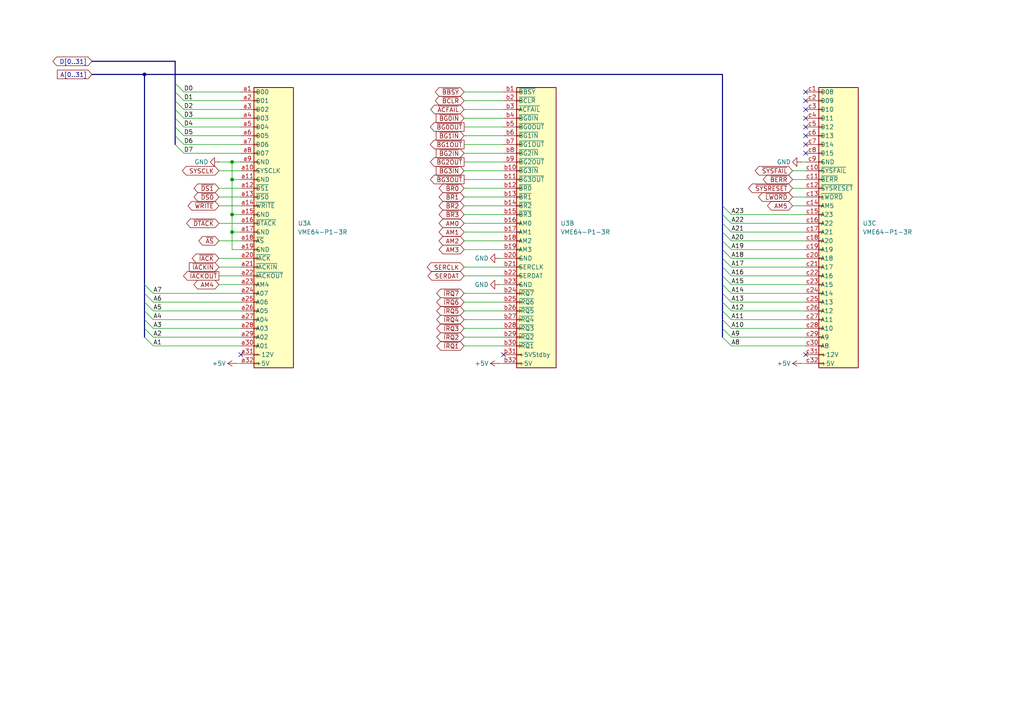
<source format=kicad_sch>
(kicad_sch (version 20231120) (generator "eeschema") (generator_version "8.0")
  (paper "A4")
  (title_block (title "VME SystemBoard") (rev "1"))
  (lib_symbols
    (symbol "Computie_Connectors:VME64-J1-3R"
      (property "Reference" "J" (at 0 40.64 0))
      (property "Value" "VME64-J1-3R" (at 0 40.64 0))
      (symbol "VME64-J1-3R_1_1"
        (rectangle (start -1.27 -40.513) (end 0 -40.767) (stroke (width 0.1524)))
        (rectangle (start -1.27 -37.973) (end 0 -38.227) (stroke (width 0.1524)))
        (rectangle (start -1.27 -35.433) (end 0 -35.687) (stroke (width 0.1524)))
        (rectangle (start -1.27 -32.893) (end 0 -33.147) (stroke (width 0.1524)))
        (rectangle (start -1.27 -30.353) (end 0 -30.607) (stroke (width 0.1524)))
        (rectangle (start -1.27 -27.813) (end 0 -28.067) (stroke (width 0.1524)))
        (rectangle (start -1.27 -25.273) (end 0 -25.527) (stroke (width 0.1524)))
        (rectangle (start -1.27 -22.733) (end 0 -22.987) (stroke (width 0.1524)))
        (rectangle (start -1.27 -20.193) (end 0 -20.447) (stroke (width 0.1524)))
        (rectangle (start -1.27 -17.653) (end 0 -17.907) (stroke (width 0.1524)))
        (rectangle (start -1.27 -15.113) (end 0 -15.367) (stroke (width 0.1524)))
        (rectangle (start -1.27 -12.573) (end 0 -12.827) (stroke (width 0.1524)))
        (rectangle (start -1.27 -10.033) (end 0 -10.287) (stroke (width 0.1524)))
        (rectangle (start -1.27 -7.493) (end 0 -7.747) (stroke (width 0.1524)))
        (rectangle (start -1.27 -4.953) (end 0 -5.207) (stroke (width 0.1524)))
        (rectangle (start -1.27 -2.413) (end 0 -2.667) (stroke (width 0.1524)))
        (rectangle (start -1.27 0.127) (end 0 -0.127) (stroke (width 0.1524)))
        (rectangle (start -1.27 2.667) (end 0 2.413) (stroke (width 0.1524)))
        (rectangle (start -1.27 5.207) (end 0 4.953) (stroke (width 0.1524)))
        (rectangle (start -1.27 7.747) (end 0 7.493) (stroke (width 0.1524)))
        (rectangle (start -1.27 10.287) (end 0 10.033) (stroke (width 0.1524)))
        (rectangle (start -1.27 12.827) (end 0 12.573) (stroke (width 0.1524)))
        (rectangle (start -1.27 15.367) (end 0 15.113) (stroke (width 0.1524)))
        (rectangle (start -1.27 17.907) (end 0 17.653) (stroke (width 0.1524)))
        (rectangle (start -1.27 20.447) (end 0 20.193) (stroke (width 0.1524)))
        (rectangle (start -1.27 22.987) (end 0 22.733) (stroke (width 0.1524)))
        (rectangle (start -1.27 25.527) (end 0 25.273) (stroke (width 0.1524)))
        (rectangle (start -1.27 28.067) (end 0 27.813) (stroke (width 0.1524)))
        (rectangle (start -1.27 30.607) (end 0 30.353) (stroke (width 0.1524)))
        (rectangle (start -1.27 33.147) (end 0 32.893) (stroke (width 0.1524)))
        (rectangle (start -1.27 35.687) (end 0 35.433) (stroke (width 0.1524)))
        (rectangle (start -1.27 38.227) (end 0 37.973) (stroke (width 0.1524)))
        (rectangle (start -1.27 39.37) (end 10.16 -41.91) (stroke (width 0.254)) (fill (type background)))
        (pin bidirectional line (at -5.08 38.1 0) (length 3.81) (name "D00") (number "a1"))
        (pin input line (at -5.08 15.24 0) (length 3.81) (name "SYSCLK") (number "a10"))
        (pin power_in line (at -5.08 12.7 0) (length 3.81) (name "GND") (number "a11"))
        (pin bidirectional line (at -5.08 10.16 0) (length 3.81) (name "~{DS1}") (number "a12"))
        (pin bidirectional line (at -5.08 7.62 0) (length 3.81) (name "~{DS0}") (number "a13"))
        (pin bidirectional line (at -5.08 5.08 0) (length 3.81) (name "~{WRITE}") (number "a14"))
        (pin power_in line (at -5.08 2.54 0) (length 3.81) (name "GND") (number "a15"))
        (pin bidirectional line (at -5.08 0 0) (length 3.81) (name "~{DTACK}") (number "a16"))
        (pin power_in line (at -5.08 -2.54 0) (length 3.81) (name "GND") (number "a17"))
        (pin bidirectional line (at -5.08 -5.08 0) (length 3.81) (name "~{AS}") (number "a18"))
        (pin power_in line (at -5.08 -7.62 0) (length 3.81) (name "GND") (number "a19"))
        (pin bidirectional line (at -5.08 35.56 0) (length 3.81) (name "D01") (number "a2"))
        (pin bidirectional line (at -5.08 -10.16 0) (length 3.81) (name "~{IACK}") (number "a20"))
        (pin output line (at -5.08 -12.7 0) (length 3.81) (name "~{IACKIN}") (number "a21"))
        (pin input line (at -5.08 -15.24 0) (length 3.81) (name "~{IACKOUT}") (number "a22"))
        (pin bidirectional line (at -5.08 -17.78 0) (length 3.81) (name "AM4") (number "a23"))
        (pin bidirectional line (at -5.08 -20.32 0) (length 3.81) (name "A07") (number "a24"))
        (pin bidirectional line (at -5.08 -22.86 0) (length 3.81) (name "A06") (number "a25"))
        (pin bidirectional line (at -5.08 -25.4 0) (length 3.81) (name "A05") (number "a26"))
        (pin bidirectional line (at -5.08 -27.94 0) (length 3.81) (name "A04") (number "a27"))
        (pin bidirectional line (at -5.08 -30.48 0) (length 3.81) (name "A03") (number "a28"))
        (pin bidirectional line (at -5.08 -33.02 0) (length 3.81) (name "A02") (number "a29"))
        (pin bidirectional line (at -5.08 33.02 0) (length 3.81) (name "D02") (number "a3"))
        (pin bidirectional line (at -5.08 -35.56 0) (length 3.81) (name "A01") (number "a30"))
        (pin power_in line (at -5.08 -38.1 0) (length 3.81) (name "-12V") (number "a31"))
        (pin power_in line (at -5.08 -40.64 0) (length 3.81) (name "+5V") (number "a32"))
        (pin bidirectional line (at -5.08 30.48 0) (length 3.81) (name "D03") (number "a4"))
        (pin bidirectional line (at -5.08 27.94 0) (length 3.81) (name "D04") (number "a5"))
        (pin bidirectional line (at -5.08 25.4 0) (length 3.81) (name "D05") (number "a6"))
        (pin bidirectional line (at -5.08 22.86 0) (length 3.81) (name "D06") (number "a7"))
        (pin bidirectional line (at -5.08 20.32 0) (length 3.81) (name "D07") (number "a8"))
        (pin power_in line (at -5.08 17.78 0) (length 3.81) (name "GND") (number "a9"))
      )
      (symbol "VME64-J1-3R_2_1"
        (rectangle (start -1.27 -40.513) (end 0 -40.767) (stroke (width 0.1524)))
        (rectangle (start -1.27 -37.973) (end 0 -38.227) (stroke (width 0.1524)))
        (rectangle (start -1.27 -35.433) (end 0 -35.687) (stroke (width 0.1524)))
        (rectangle (start -1.27 -32.893) (end 0 -33.147) (stroke (width 0.1524)))
        (rectangle (start -1.27 -30.353) (end 0 -30.607) (stroke (width 0.1524)))
        (rectangle (start -1.27 -27.813) (end 0 -28.067) (stroke (width 0.1524)))
        (rectangle (start -1.27 -25.273) (end 0 -25.527) (stroke (width 0.1524)))
        (rectangle (start -1.27 -22.733) (end 0 -22.987) (stroke (width 0.1524)))
        (rectangle (start -1.27 -20.193) (end 0 -20.447) (stroke (width 0.1524)))
        (rectangle (start -1.27 -17.653) (end 0 -17.907) (stroke (width 0.1524)))
        (rectangle (start -1.27 -15.113) (end 0 -15.367) (stroke (width 0.1524)))
        (rectangle (start -1.27 -12.573) (end 0 -12.827) (stroke (width 0.1524)))
        (rectangle (start -1.27 -10.033) (end 0 -10.287) (stroke (width 0.1524)))
        (rectangle (start -1.27 -7.493) (end 0 -7.747) (stroke (width 0.1524)))
        (rectangle (start -1.27 -4.953) (end 0 -5.207) (stroke (width 0.1524)))
        (rectangle (start -1.27 -2.413) (end 0 -2.667) (stroke (width 0.1524)))
        (rectangle (start -1.27 0.127) (end 0 -0.127) (stroke (width 0.1524)))
        (rectangle (start -1.27 2.667) (end 0 2.413) (stroke (width 0.1524)))
        (rectangle (start -1.27 5.207) (end 0 4.953) (stroke (width 0.1524)))
        (rectangle (start -1.27 7.747) (end 0 7.493) (stroke (width 0.1524)))
        (rectangle (start -1.27 10.287) (end 0 10.033) (stroke (width 0.1524)))
        (rectangle (start -1.27 12.827) (end 0 12.573) (stroke (width 0.1524)))
        (rectangle (start -1.27 15.367) (end 0 15.113) (stroke (width 0.1524)))
        (rectangle (start -1.27 17.907) (end 0 17.653) (stroke (width 0.1524)))
        (rectangle (start -1.27 20.447) (end 0 20.193) (stroke (width 0.1524)))
        (rectangle (start -1.27 22.987) (end 0 22.733) (stroke (width 0.1524)))
        (rectangle (start -1.27 25.527) (end 0 25.273) (stroke (width 0.1524)))
        (rectangle (start -1.27 28.067) (end 0 27.813) (stroke (width 0.1524)))
        (rectangle (start -1.27 30.607) (end 0 30.353) (stroke (width 0.1524)))
        (rectangle (start -1.27 33.147) (end 0 32.893) (stroke (width 0.1524)))
        (rectangle (start -1.27 35.687) (end 0 35.433) (stroke (width 0.1524)))
        (rectangle (start -1.27 38.227) (end 0 37.973) (stroke (width 0.1524)))
        (rectangle (start -1.27 39.37) (end 10.16 -41.91) (stroke (width 0.254)) (fill (type background)))
        (pin bidirectional line (at -5.08 38.1 0) (length 3.81) (name "~{BBSY}") (number "b1"))
        (pin output line (at -5.08 15.24 0) (length 3.81) (name "~{BG3IN}") (number "b10"))
        (pin input line (at -5.08 12.7 0) (length 3.81) (name "~{BG3OUT}") (number "b11"))
        (pin bidirectional line (at -5.08 10.16 0) (length 3.81) (name "~{BR0}") (number "b12"))
        (pin bidirectional line (at -5.08 7.62 0) (length 3.81) (name "~{BR1}") (number "b13"))
        (pin bidirectional line (at -5.08 5.08 0) (length 3.81) (name "~{BR2}") (number "b14"))
        (pin bidirectional line (at -5.08 2.54 0) (length 3.81) (name "~{BR3}") (number "b15"))
        (pin bidirectional line (at -5.08 0 0) (length 3.81) (name "AM0") (number "b16"))
        (pin bidirectional line (at -5.08 -2.54 0) (length 3.81) (name "AM1") (number "b17"))
        (pin bidirectional line (at -5.08 -5.08 0) (length 3.81) (name "AM2") (number "b18"))
        (pin bidirectional line (at -5.08 -7.62 0) (length 3.81) (name "AM3") (number "b19"))
        (pin bidirectional line (at -5.08 35.56 0) (length 3.81) (name "~{BCLR}") (number "b2"))
        (pin power_in line (at -5.08 -10.16 0) (length 3.81) (name "GND") (number "b20"))
        (pin bidirectional line (at -5.08 -12.7 0) (length 3.81) (name "SERCLK") (number "b21"))
        (pin bidirectional line (at -5.08 -15.24 0) (length 3.81) (name "SERDAT") (number "b22"))
        (pin power_in line (at -5.08 -17.78 0) (length 3.81) (name "GND") (number "b23"))
        (pin bidirectional line (at -5.08 -20.32 0) (length 3.81) (name "~{IRQ7}") (number "b24"))
        (pin bidirectional line (at -5.08 -22.86 0) (length 3.81) (name "~{IRQ6}") (number "b25"))
        (pin bidirectional line (at -5.08 -25.4 0) (length 3.81) (name "~{IRQ5}") (number "b26"))
        (pin bidirectional line (at -5.08 -27.94 0) (length 3.81) (name "~{IRQ4}") (number "b27"))
        (pin bidirectional line (at -5.08 -30.48 0) (length 3.81) (name "~{IRQ3}") (number "b28"))
        (pin bidirectional line (at -5.08 -33.02 0) (length 3.81) (name "~{IRQ2}") (number "b29"))
        (pin input line (at -5.08 33.02 0) (length 3.81) (name "~{ACFAIL}") (number "b3"))
        (pin bidirectional line (at -5.08 -35.56 0) (length 3.81) (name "~{IRQ1}") (number "b30"))
        (pin power_in line (at -5.08 -38.1 0) (length 3.81) (name "+5VStdby") (number "b31"))
        (pin power_in line (at -5.08 -40.64 0) (length 3.81) (name "+5V") (number "b32"))
        (pin output line (at -5.08 30.48 0) (length 3.81) (name "~{BG0IN}") (number "b4"))
        (pin input line (at -5.08 27.94 0) (length 3.81) (name "~{BG0OUT}") (number "b5"))
        (pin output line (at -5.08 25.4 0) (length 3.81) (name "~{BG1IN}") (number "b6"))
        (pin input line (at -5.08 22.86 0) (length 3.81) (name "~{BG1OUT}") (number "b7"))
        (pin output line (at -5.08 20.32 0) (length 3.81) (name "~{BG2IN}") (number "b8"))
        (pin input line (at -5.08 17.78 0) (length 3.81) (name "~{BG2OUT}") (number "b9"))
      )
      (symbol "VME64-J1-3R_3_1"
        (rectangle (start -1.27 -40.513) (end 0 -40.767) (stroke (width 0.1524)))
        (rectangle (start -1.27 -37.973) (end 0 -38.227) (stroke (width 0.1524)))
        (rectangle (start -1.27 -35.433) (end 0 -35.687) (stroke (width 0.1524)))
        (rectangle (start -1.27 -32.893) (end 0 -33.147) (stroke (width 0.1524)))
        (rectangle (start -1.27 -30.353) (end 0 -30.607) (stroke (width 0.1524)))
        (rectangle (start -1.27 -27.813) (end 0 -28.067) (stroke (width 0.1524)))
        (rectangle (start -1.27 -25.273) (end 0 -25.527) (stroke (width 0.1524)))
        (rectangle (start -1.27 -22.733) (end 0 -22.987) (stroke (width 0.1524)))
        (rectangle (start -1.27 -20.193) (end 0 -20.447) (stroke (width 0.1524)))
        (rectangle (start -1.27 -17.653) (end 0 -17.907) (stroke (width 0.1524)))
        (rectangle (start -1.27 -15.113) (end 0 -15.367) (stroke (width 0.1524)))
        (rectangle (start -1.27 -12.573) (end 0 -12.827) (stroke (width 0.1524)))
        (rectangle (start -1.27 -10.033) (end 0 -10.287) (stroke (width 0.1524)))
        (rectangle (start -1.27 -7.493) (end 0 -7.747) (stroke (width 0.1524)))
        (rectangle (start -1.27 -4.953) (end 0 -5.207) (stroke (width 0.1524)))
        (rectangle (start -1.27 -2.413) (end 0 -2.667) (stroke (width 0.1524)))
        (rectangle (start -1.27 0.127) (end 0 -0.127) (stroke (width 0.1524)))
        (rectangle (start -1.27 2.667) (end 0 2.413) (stroke (width 0.1524)))
        (rectangle (start -1.27 5.207) (end 0 4.953) (stroke (width 0.1524)))
        (rectangle (start -1.27 7.747) (end 0 7.493) (stroke (width 0.1524)))
        (rectangle (start -1.27 10.287) (end 0 10.033) (stroke (width 0.1524)))
        (rectangle (start -1.27 12.827) (end 0 12.573) (stroke (width 0.1524)))
        (rectangle (start -1.27 15.367) (end 0 15.113) (stroke (width 0.1524)))
        (rectangle (start -1.27 17.907) (end 0 17.653) (stroke (width 0.1524)))
        (rectangle (start -1.27 20.447) (end 0 20.193) (stroke (width 0.1524)))
        (rectangle (start -1.27 22.987) (end 0 22.733) (stroke (width 0.1524)))
        (rectangle (start -1.27 25.527) (end 0 25.273) (stroke (width 0.1524)))
        (rectangle (start -1.27 28.067) (end 0 27.813) (stroke (width 0.1524)))
        (rectangle (start -1.27 30.607) (end 0 30.353) (stroke (width 0.1524)))
        (rectangle (start -1.27 33.147) (end 0 32.893) (stroke (width 0.1524)))
        (rectangle (start -1.27 35.687) (end 0 35.433) (stroke (width 0.1524)))
        (rectangle (start -1.27 38.227) (end 0 37.973) (stroke (width 0.1524)))
        (rectangle (start -1.27 39.37) (end 10.16 -41.91) (stroke (width 0.254)) (fill (type background)))
        (pin bidirectional line (at -5.08 38.1 0) (length 3.81) (name "D08") (number "c1"))
        (pin bidirectional line (at -5.08 15.24 0) (length 3.81) (name "~{SYSFAIL}") (number "c10"))
        (pin bidirectional line (at -5.08 12.7 0) (length 3.81) (name "~{BERR}") (number "c11"))
        (pin bidirectional line (at -5.08 10.16 0) (length 3.81) (name "~{SYSRESET}") (number "c12"))
        (pin bidirectional line (at -5.08 7.62 0) (length 3.81) (name "~{LWORD}") (number "c13"))
        (pin bidirectional line (at -5.08 5.08 0) (length 3.81) (name "AM5") (number "c14"))
        (pin bidirectional line (at -5.08 2.54 0) (length 3.81) (name "A23") (number "c15"))
        (pin bidirectional line (at -5.08 0 0) (length 3.81) (name "A22") (number "c16"))
        (pin bidirectional line (at -5.08 -2.54 0) (length 3.81) (name "A21") (number "c17"))
        (pin bidirectional line (at -5.08 -5.08 0) (length 3.81) (name "A20") (number "c18"))
        (pin bidirectional line (at -5.08 -7.62 0) (length 3.81) (name "A19") (number "c19"))
        (pin bidirectional line (at -5.08 35.56 0) (length 3.81) (name "D09") (number "c2"))
        (pin bidirectional line (at -5.08 -10.16 0) (length 3.81) (name "A18") (number "c20"))
        (pin bidirectional line (at -5.08 -12.7 0) (length 3.81) (name "A17") (number "c21"))
        (pin bidirectional line (at -5.08 -15.24 0) (length 3.81) (name "A16") (number "c22"))
        (pin bidirectional line (at -5.08 -17.78 0) (length 3.81) (name "A15") (number "c23"))
        (pin bidirectional line (at -5.08 -20.32 0) (length 3.81) (name "A14") (number "c24"))
        (pin bidirectional line (at -5.08 -22.86 0) (length 3.81) (name "A13") (number "c25"))
        (pin bidirectional line (at -5.08 -25.4 0) (length 3.81) (name "A12") (number "c26"))
        (pin bidirectional line (at -5.08 -27.94 0) (length 3.81) (name "A11") (number "c27"))
        (pin bidirectional line (at -5.08 -30.48 0) (length 3.81) (name "A10") (number "c28"))
        (pin bidirectional line (at -5.08 -33.02 0) (length 3.81) (name "A9") (number "c29"))
        (pin bidirectional line (at -5.08 33.02 0) (length 3.81) (name "D10") (number "c3"))
        (pin bidirectional line (at -5.08 -35.56 0) (length 3.81) (name "A8") (number "c30"))
        (pin power_in line (at -5.08 -38.1 0) (length 3.81) (name "+12V") (number "c31"))
        (pin power_in line (at -5.08 -40.64 0) (length 3.81) (name "+5V") (number "c32"))
        (pin bidirectional line (at -5.08 30.48 0) (length 3.81) (name "D11") (number "c4"))
        (pin bidirectional line (at -5.08 27.94 0) (length 3.81) (name "D12") (number "c5"))
        (pin bidirectional line (at -5.08 25.4 0) (length 3.81) (name "D13") (number "c6"))
        (pin bidirectional line (at -5.08 22.86 0) (length 3.81) (name "D14") (number "c7"))
        (pin bidirectional line (at -5.08 20.32 0) (length 3.81) (name "D15") (number "c8"))
        (pin power_in line (at -5.08 17.78 0) (length 3.81) (name "GND") (number "c9"))
      )
    )
    (symbol "power:+5V" (power) (pin_numbers hide) (pin_names (offset 0) hide)
      (property "Value" "+5V" (at 0 3.556 0))
      (symbol "+5V_0_1"
        (polyline (pts (xy -0.762 1.27) (xy 0 2.54)))
        (polyline (pts (xy 0 0) (xy 0 2.54)))
        (polyline (pts (xy 0 2.54) (xy 0.762 1.27)))
      )
      (symbol "+5V_1_1"
        (pin power_in line (at 0 0 90) (length 0) (name "~") (number "1"))
      )
    )
    (symbol "power:GND" (power) (pin_numbers hide) (pin_names (offset 0) hide)
      (property "Value" "GND" (at 0 -3.81 0))
      (symbol "GND_0_1"
        (polyline (pts (xy 0 0) (xy 0 -1.27) (xy 1.27 -1.27) (xy 0 -2.54) (xy -1.27 -1.27) (xy 0 -1.27)))
      )
      (symbol "GND_1_1"
        (pin power_in line (at 0 0 270) (length 0) (name "~") (number "1"))
      )
    )
  )
  (junction (at 41.91 21.59))
  (junction (at 67.31 62.23))
  (junction (at 67.31 46.99))
  (junction (at 67.31 67.31))
  (junction (at 67.31 52.07))
  (no_connect (at 233.68 39.37))
  (no_connect (at 233.68 34.29))
  (no_connect (at 233.68 26.67))
  (no_connect (at 233.68 31.75))
  (no_connect (at 69.85 102.87))
  (no_connect (at 233.68 36.83))
  (no_connect (at 233.68 44.45))
  (no_connect (at 233.68 29.21))
  (no_connect (at 233.68 41.91))
  (no_connect (at 233.68 102.87))
  (no_connect (at 146.05 102.87))
  (bus_entry (at 212.09 77.47) (size -2.54 -2.54))
  (bus_entry (at 212.09 64.77) (size -2.54 -2.54))
  (bus_entry (at 44.45 87.63) (size -2.54 -2.54))
  (bus_entry (at 212.09 62.23) (size -2.54 -2.54))
  (bus_entry (at 212.09 87.63) (size -2.54 -2.54))
  (bus_entry (at 53.34 44.45) (size -2.54 -2.54))
  (bus_entry (at 212.09 100.33) (size -2.54 -2.54))
  (bus_entry (at 44.45 100.33) (size -2.54 -2.54))
  (bus_entry (at 44.45 97.79) (size -2.54 -2.54))
  (bus_entry (at 212.09 67.31) (size -2.54 -2.54))
  (bus_entry (at 212.09 74.93) (size -2.54 -2.54))
  (bus_entry (at 44.45 90.17) (size -2.54 -2.54))
  (bus_entry (at 53.34 26.67) (size -2.54 -2.54))
  (bus_entry (at 212.09 95.25) (size -2.54 -2.54))
  (bus_entry (at 53.34 31.75) (size -2.54 -2.54))
  (bus_entry (at 53.34 41.91) (size -2.54 -2.54))
  (bus_entry (at 53.34 34.29) (size -2.54 -2.54))
  (bus_entry (at 212.09 90.17) (size -2.54 -2.54))
  (bus_entry (at 212.09 82.55) (size -2.54 -2.54))
  (bus_entry (at 212.09 97.79) (size -2.54 -2.54))
  (bus_entry (at 212.09 80.01) (size -2.54 -2.54))
  (bus_entry (at 53.34 36.83) (size -2.54 -2.54))
  (bus_entry (at 212.09 92.71) (size -2.54 -2.54))
  (bus_entry (at 212.09 72.39) (size -2.54 -2.54))
  (bus_entry (at 44.45 95.25) (size -2.54 -2.54))
  (bus_entry (at 212.09 85.09) (size -2.54 -2.54))
  (bus_entry (at 53.34 29.21) (size -2.54 -2.54))
  (bus_entry (at 53.34 39.37) (size -2.54 -2.54))
  (bus_entry (at 212.09 69.85) (size -2.54 -2.54))
  (bus_entry (at 44.45 85.09) (size -2.54 -2.54))
  (bus_entry (at 44.45 92.71) (size -2.54 -2.54))
  (bus (pts (xy 50.8 17.78) (xy 50.8 24.13)))
  (wire (pts (xy 212.09 67.31) (xy 233.68 67.31)))
  (wire (pts (xy 134.62 62.23) (xy 146.05 62.23)))
  (wire (pts (xy 212.09 90.17) (xy 233.68 90.17)))
  (wire (pts (xy 44.45 87.63) (xy 69.85 87.63)))
  (wire (pts (xy 212.09 85.09) (xy 233.68 85.09)))
  (wire (pts (xy 212.09 92.71) (xy 233.68 92.71)))
  (wire (pts (xy 134.62 39.37) (xy 146.05 39.37)))
  (wire (pts (xy 134.62 26.67) (xy 146.05 26.67)))
  (wire (pts (xy 53.34 34.29) (xy 69.85 34.29)))
  (wire (pts (xy 67.31 46.99) (xy 67.31 52.07)))
  (wire (pts (xy 44.45 92.71) (xy 69.85 92.71)))
  (wire (pts (xy 134.62 80.01) (xy 146.05 80.01)))
  (bus (pts (xy 209.55 59.69) (xy 209.55 62.23)))
  (wire (pts (xy 44.45 97.79) (xy 69.85 97.79)))
  (wire (pts (xy 212.09 95.25) (xy 233.68 95.25)))
  (wire (pts (xy 63.5 54.61) (xy 69.85 54.61)))
  (wire (pts (xy 134.62 41.91) (xy 146.05 41.91)))
  (wire (pts (xy 134.62 77.47) (xy 146.05 77.47)))
  (bus (pts (xy 209.55 62.23) (xy 209.55 64.77)))
  (bus (pts (xy 26.67 21.59) (xy 41.91 21.59)))
  (wire (pts (xy 68.58 105.41) (xy 69.85 105.41)))
  (bus (pts (xy 50.8 36.83) (xy 50.8 39.37)))
  (wire (pts (xy 134.62 34.29) (xy 146.05 34.29)))
  (wire (pts (xy 53.34 26.67) (xy 69.85 26.67)))
  (bus (pts (xy 41.91 85.09) (xy 41.91 87.63)))
  (wire (pts (xy 229.87 52.07) (xy 233.68 52.07)))
  (bus (pts (xy 26.67 17.78) (xy 50.8 17.78)))
  (wire (pts (xy 134.62 67.31) (xy 146.05 67.31)))
  (wire (pts (xy 134.62 57.15) (xy 146.05 57.15)))
  (wire (pts (xy 212.09 77.47) (xy 233.68 77.47)))
  (wire (pts (xy 67.31 62.23) (xy 69.85 62.23)))
  (wire (pts (xy 229.87 57.15) (xy 233.68 57.15)))
  (wire (pts (xy 134.62 69.85) (xy 146.05 69.85)))
  (wire (pts (xy 212.09 100.33) (xy 233.68 100.33)))
  (wire (pts (xy 67.31 52.07) (xy 67.31 62.23)))
  (wire (pts (xy 134.62 31.75) (xy 146.05 31.75)))
  (wire (pts (xy 67.31 72.39) (xy 69.85 72.39)))
  (wire (pts (xy 63.5 80.01) (xy 69.85 80.01)))
  (wire (pts (xy 212.09 82.55) (xy 233.68 82.55)))
  (wire (pts (xy 134.62 95.25) (xy 146.05 95.25)))
  (bus (pts (xy 209.55 74.93) (xy 209.55 77.47)))
  (wire (pts (xy 63.5 64.77) (xy 69.85 64.77)))
  (wire (pts (xy 144.78 74.93) (xy 146.05 74.93)))
  (wire (pts (xy 134.62 100.33) (xy 146.05 100.33)))
  (wire (pts (xy 212.09 97.79) (xy 233.68 97.79)))
  (wire (pts (xy 53.34 39.37) (xy 69.85 39.37)))
  (wire (pts (xy 144.78 105.41) (xy 146.05 105.41)))
  (wire (pts (xy 134.62 29.21) (xy 146.05 29.21)))
  (bus (pts (xy 41.91 21.59) (xy 209.55 21.59)))
  (bus (pts (xy 50.8 31.75) (xy 50.8 34.29)))
  (wire (pts (xy 134.62 92.71) (xy 146.05 92.71)))
  (bus (pts (xy 209.55 67.31) (xy 209.55 69.85)))
  (wire (pts (xy 134.62 64.77) (xy 146.05 64.77)))
  (wire (pts (xy 134.62 85.09) (xy 146.05 85.09)))
  (wire (pts (xy 67.31 62.23) (xy 67.31 67.31)))
  (bus (pts (xy 50.8 39.37) (xy 50.8 41.91)))
  (wire (pts (xy 232.41 105.41) (xy 233.68 105.41)))
  (bus (pts (xy 50.8 24.13) (xy 50.8 26.67)))
  (wire (pts (xy 53.34 36.83) (xy 69.85 36.83)))
  (wire (pts (xy 63.5 69.85) (xy 69.85 69.85)))
  (wire (pts (xy 134.62 54.61) (xy 146.05 54.61)))
  (bus (pts (xy 209.55 72.39) (xy 209.55 74.93)))
  (wire (pts (xy 134.62 97.79) (xy 146.05 97.79)))
  (wire (pts (xy 44.45 95.25) (xy 69.85 95.25)))
  (wire (pts (xy 134.62 46.99) (xy 146.05 46.99)))
  (wire (pts (xy 134.62 90.17) (xy 146.05 90.17)))
  (wire (pts (xy 53.34 41.91) (xy 69.85 41.91)))
  (wire (pts (xy 212.09 80.01) (xy 233.68 80.01)))
  (wire (pts (xy 63.5 49.53) (xy 69.85 49.53)))
  (wire (pts (xy 53.34 29.21) (xy 69.85 29.21)))
  (bus (pts (xy 50.8 29.21) (xy 50.8 31.75)))
  (wire (pts (xy 144.78 82.55) (xy 146.05 82.55)))
  (wire (pts (xy 69.85 67.31) (xy 67.31 67.31)))
  (wire (pts (xy 63.5 74.93) (xy 69.85 74.93)))
  (wire (pts (xy 63.5 82.55) (xy 69.85 82.55)))
  (wire (pts (xy 63.5 77.47) (xy 69.85 77.47)))
  (wire (pts (xy 212.09 69.85) (xy 233.68 69.85)))
  (wire (pts (xy 134.62 72.39) (xy 146.05 72.39)))
  (bus (pts (xy 209.55 69.85) (xy 209.55 72.39)))
  (wire (pts (xy 63.5 59.69) (xy 69.85 59.69)))
  (bus (pts (xy 41.91 95.25) (xy 41.91 92.71)))
  (bus (pts (xy 209.55 82.55) (xy 209.55 85.09)))
  (wire (pts (xy 212.09 74.93) (xy 233.68 74.93)))
  (wire (pts (xy 134.62 52.07) (xy 146.05 52.07)))
  (wire (pts (xy 67.31 46.99) (xy 69.85 46.99)))
  (bus (pts (xy 41.91 97.79) (xy 41.91 95.25)))
  (wire (pts (xy 134.62 49.53) (xy 146.05 49.53)))
  (wire (pts (xy 44.45 90.17) (xy 69.85 90.17)))
  (wire (pts (xy 69.85 52.07) (xy 67.31 52.07)))
  (bus (pts (xy 209.55 95.25) (xy 209.55 97.79)))
  (wire (pts (xy 134.62 59.69) (xy 146.05 59.69)))
  (wire (pts (xy 229.87 49.53) (xy 233.68 49.53)))
  (wire (pts (xy 44.45 100.33) (xy 69.85 100.33)))
  (bus (pts (xy 41.91 21.59) (xy 41.91 82.55)))
  (bus (pts (xy 209.55 80.01) (xy 209.55 82.55)))
  (wire (pts (xy 134.62 87.63) (xy 146.05 87.63)))
  (wire (pts (xy 212.09 72.39) (xy 233.68 72.39)))
  (wire (pts (xy 212.09 62.23) (xy 233.68 62.23)))
  (bus (pts (xy 50.8 34.29) (xy 50.8 36.83)))
  (bus (pts (xy 209.55 85.09) (xy 209.55 87.63)))
  (wire (pts (xy 67.31 67.31) (xy 67.31 72.39)))
  (wire (pts (xy 44.45 85.09) (xy 69.85 85.09)))
  (wire (pts (xy 63.5 46.99) (xy 67.31 46.99)))
  (bus (pts (xy 209.55 64.77) (xy 209.55 67.31)))
  (wire (pts (xy 233.68 46.99) (xy 232.41 46.99)))
  (wire (pts (xy 53.34 44.45) (xy 69.85 44.45)))
  (wire (pts (xy 134.62 36.83) (xy 146.05 36.83)))
  (bus (pts (xy 41.91 82.55) (xy 41.91 85.09)))
  (bus (pts (xy 41.91 92.71) (xy 41.91 90.17)))
  (bus (pts (xy 209.55 77.47) (xy 209.55 80.01)))
  (bus (pts (xy 209.55 90.17) (xy 209.55 92.71)))
  (wire (pts (xy 212.09 87.63) (xy 233.68 87.63)))
  (wire (pts (xy 63.5 57.15) (xy 69.85 57.15)))
  (wire (pts (xy 212.09 64.77) (xy 233.68 64.77)))
  (bus (pts (xy 209.55 21.59) (xy 209.55 59.69)))
  (wire (pts (xy 134.62 44.45) (xy 146.05 44.45)))
  (bus (pts (xy 209.55 87.63) (xy 209.55 90.17)))
  (bus (pts (xy 50.8 26.67) (xy 50.8 29.21)))
  (bus (pts (xy 209.55 92.71) (xy 209.55 95.25)))
  (wire (pts (xy 53.34 31.75) (xy 69.85 31.75)))
  (wire (pts (xy 229.87 54.61) (xy 233.68 54.61)))
  (wire (pts (xy 229.87 59.69) (xy 233.68 59.69)))
  (bus (pts (xy 41.91 90.17) (xy 41.91 87.63)))
  (label "A16" (at 212.09 80.01 0))
  (label "A13" (at 212.09 87.63 0))
  (label "D2" (at 53.34 31.75 0))
  (label "A7" (at 44.45 85.09 0))
  (label "D3" (at 53.34 34.29 0))
  (label "A17" (at 212.09 77.47 0))
  (label "D4" (at 53.34 36.83 0))
  (label "D1" (at 53.34 29.21 0))
  (label "A11" (at 212.09 92.71 0))
  (label "A9" (at 212.09 97.79 0))
  (label "A5" (at 44.45 90.17 0))
  (label "D0" (at 53.34 26.67 0))
  (label "A2" (at 44.45 97.79 0))
  (label "D7" (at 53.34 44.45 0))
  (label "A6" (at 44.45 87.63 0))
  (label "A14" (at 212.09 85.09 0))
  (label "A15" (at 212.09 82.55 0))
  (label "A12" (at 212.09 90.17 0))
  (label "A19" (at 212.09 72.39 0))
  (label "A21" (at 212.09 67.31 0))
  (label "A1" (at 44.45 100.33 0))
  (label "A22" (at 212.09 64.77 0))
  (label "A18" (at 212.09 74.93 0))
  (label "D5" (at 53.34 39.37 0))
  (label "A10" (at 212.09 95.25 0))
  (label "A20" (at 212.09 69.85 0))
  (label "A8" (at 212.09 100.33 0))
  (label "A4" (at 44.45 92.71 0))
  (label "A3" (at 44.45 95.25 0))
  (label "D6" (at 53.34 41.91 0))
  (label "A23" (at 212.09 62.23 0))
  (global_label "~{BG0IN}" (shape input) (at 134.62 34.29 180) (property "Intersheetrefs" "${INTERSHEET_REFS}" (effects (hide yes))))
  (global_label "~{AS}" (shape bidirectional) (at 63.5 69.85 180) (property "Intersheetrefs" "${INTERSHEET_REFS}" (effects (hide yes))))
  (global_label "~{IRQ2}" (shape bidirectional) (at 134.62 97.79 180) (property "Intersheetrefs" "${INTERSHEET_REFS}" (effects (hide yes))))
  (global_label "~{DS1}" (shape bidirectional) (at 63.5 54.61 180) (property "Intersheetrefs" "${INTERSHEET_REFS}" (effects (hide yes))))
  (global_label "~{BR3}" (shape bidirectional) (at 134.62 62.23 180) (property "Intersheetrefs" "${INTERSHEET_REFS}" (effects (hide yes))))
  (global_label "~{IACKIN}" (shape input) (at 63.5 77.47 180) (property "Intersheetrefs" "${INTERSHEET_REFS}" (effects (hide yes))))
  (global_label "~{IRQ5}" (shape bidirectional) (at 134.62 90.17 180) (property "Intersheetrefs" "${INTERSHEET_REFS}" (effects (hide yes))))
  (global_label "~{IACKOUT}" (shape output) (at 63.5 80.01 180) (property "Intersheetrefs" "${INTERSHEET_REFS}" (effects (hide yes))))
  (global_label "~{BBSY}" (shape bidirectional) (at 134.62 26.67 180) (property "Intersheetrefs" "${INTERSHEET_REFS}" (effects (hide yes))))
  (global_label "A[0..31]" (shape input) (at 26.67 21.59 180) (property "Intersheetrefs" "${INTERSHEET_REFS}" (effects (hide yes))))
  (global_label "~{BG2OUT}" (shape output) (at 134.62 46.99 180) (property "Intersheetrefs" "${INTERSHEET_REFS}" (effects (hide yes))))
  (global_label "AM3" (shape bidirectional) (at 134.62 72.39 180) (property "Intersheetrefs" "${INTERSHEET_REFS}" (effects (hide yes))))
  (global_label "AM0" (shape bidirectional) (at 134.62 64.77 180) (property "Intersheetrefs" "${INTERSHEET_REFS}" (effects (hide yes))))
  (global_label "~{IRQ3}" (shape bidirectional) (at 134.62 95.25 180) (property "Intersheetrefs" "${INTERSHEET_REFS}" (effects (hide yes))))
  (global_label "~{BR1}" (shape bidirectional) (at 134.62 57.15 180) (property "Intersheetrefs" "${INTERSHEET_REFS}" (effects (hide yes))))
  (global_label "~{BERR}" (shape bidirectional) (at 229.87 52.07 180) (property "Intersheetrefs" "${INTERSHEET_REFS}" (effects (hide yes))))
  (global_label "SERDAT" (shape bidirectional) (at 134.62 80.01 180) (property "Intersheetrefs" "${INTERSHEET_REFS}" (effects (hide yes))))
  (global_label "AM5" (shape bidirectional) (at 229.87 59.69 180) (property "Intersheetrefs" "${INTERSHEET_REFS}" (effects (hide yes))))
  (global_label "~{BG0OUT}" (shape output) (at 134.62 36.83 180) (property "Intersheetrefs" "${INTERSHEET_REFS}" (effects (hide yes))))
  (global_label "~{BR0}" (shape bidirectional) (at 134.62 54.61 180) (property "Intersheetrefs" "${INTERSHEET_REFS}" (effects (hide yes))))
  (global_label "~{WRITE}" (shape bidirectional) (at 63.5 59.69 180) (property "Intersheetrefs" "${INTERSHEET_REFS}" (effects (hide yes))))
  (global_label "~{BG3OUT}" (shape output) (at 134.62 52.07 180) (property "Intersheetrefs" "${INTERSHEET_REFS}" (effects (hide yes))))
  (global_label "~{DS0}" (shape bidirectional) (at 63.5 57.15 180) (property "Intersheetrefs" "${INTERSHEET_REFS}" (effects (hide yes))))
  (global_label "~{IRQ6}" (shape bidirectional) (at 134.62 87.63 180) (property "Intersheetrefs" "${INTERSHEET_REFS}" (effects (hide yes))))
  (global_label "~{BG1OUT}" (shape output) (at 134.62 41.91 180) (property "Intersheetrefs" "${INTERSHEET_REFS}" (effects (hide yes))))
  (global_label "D[0..31]" (shape bidirectional) (at 26.67 17.78 180) (property "Intersheetrefs" "${INTERSHEET_REFS}" (effects (hide yes))))
  (global_label "SERCLK" (shape bidirectional) (at 134.62 77.47 180) (property "Intersheetrefs" "${INTERSHEET_REFS}" (effects (hide yes))))
  (global_label "~{IRQ7}" (shape bidirectional) (at 134.62 85.09 180) (property "Intersheetrefs" "${INTERSHEET_REFS}" (effects (hide yes))))
  (global_label "AM2" (shape bidirectional) (at 134.62 69.85 180) (property "Intersheetrefs" "${INTERSHEET_REFS}" (effects (hide yes))))
  (global_label "~{SYSRESET}" (shape bidirectional) (at 229.87 54.61 180) (property "Intersheetrefs" "${INTERSHEET_REFS}" (effects (hide yes))))
  (global_label "~{IRQ1}" (shape bidirectional) (at 134.62 100.33 180) (property "Intersheetrefs" "${INTERSHEET_REFS}" (effects (hide yes))))
  (global_label "AM4" (shape bidirectional) (at 63.5 82.55 180) (property "Intersheetrefs" "${INTERSHEET_REFS}" (effects (hide yes))))
  (global_label "~{BG2IN}" (shape input) (at 134.62 44.45 180) (property "Intersheetrefs" "${INTERSHEET_REFS}" (effects (hide yes))))
  (global_label "~{DTACK}" (shape bidirectional) (at 63.5 64.77 180) (property "Intersheetrefs" "${INTERSHEET_REFS}" (effects (hide yes))))
  (global_label "~{SYSFAIL}" (shape bidirectional) (at 229.87 49.53 180) (property "Intersheetrefs" "${INTERSHEET_REFS}" (effects (hide yes))))
  (global_label "~{ACFAIL}" (shape bidirectional) (at 134.62 31.75 180) (property "Intersheetrefs" "${INTERSHEET_REFS}" (effects (hide yes))))
  (global_label "~{BCLR}" (shape bidirectional) (at 134.62 29.21 180) (property "Intersheetrefs" "${INTERSHEET_REFS}" (effects (hide yes))))
  (global_label "~{BG3IN}" (shape input) (at 134.62 49.53 180) (property "Intersheetrefs" "${INTERSHEET_REFS}" (effects (hide yes))))
  (global_label "~{BR2}" (shape bidirectional) (at 134.62 59.69 180) (property "Intersheetrefs" "${INTERSHEET_REFS}" (effects (hide yes))))
  (global_label "SYSCLK" (shape bidirectional) (at 63.5 49.53 180) (property "Intersheetrefs" "${INTERSHEET_REFS}" (effects (hide yes))))
  (global_label "~{BG1IN}" (shape input) (at 134.62 39.37 180) (property "Intersheetrefs" "${INTERSHEET_REFS}" (effects (hide yes))))
  (global_label "~{IRQ4}" (shape bidirectional) (at 134.62 92.71 180) (property "Intersheetrefs" "${INTERSHEET_REFS}" (effects (hide yes))))
  (global_label "~{IACK}" (shape bidirectional) (at 63.5 74.93 180) (property "Intersheetrefs" "${INTERSHEET_REFS}" (effects (hide yes))))
  (global_label "AM1" (shape bidirectional) (at 134.62 67.31 180) (property "Intersheetrefs" "${INTERSHEET_REFS}" (effects (hide yes))))
  (global_label "~{LWORD}" (shape bidirectional) (at 229.87 57.15 180) (property "Intersheetrefs" "${INTERSHEET_REFS}" (effects (hide yes))))
  (symbol (lib_id "power:GND") (at 144.78 74.93 270) (unit 1)
    (property "Reference" "#PWR020" (effects (hide yes)))
    (property "Value" "GND" (at 139.7 74.93 90))
    (property "Description" "Power symbol creates a global label with name \"GND\" , ground" (effects (hide yes)))
  )
  (symbol (lib_id "Computie_Connectors:VME64-J1-3R") (at 238.76 64.77 0) (unit 3)
    (property "Reference" "U3" (at 250.19 64.7699 0) (effects (justify left)))
    (property "Value" "VME64-P1-3R" (at 250.19 67.3099 0) (effects (justify left)))
    (property "Footprint" "Connector_DIN:DIN41612_C_3x32_Male_Horizontal_THT" (effects (hide yes)))
    (property "Description" "VME64 J1 (Backplane-side Socket), 3 Row DIN41612 Connector" (effects (hide yes)))
  )
  (symbol (lib_id "power:+5V") (at 144.78 105.41 90) (unit 1)
    (property "Reference" "#PWR022" (effects (hide yes)))
    (property "Value" "+5V" (at 139.7 105.41 90))
    (property "Description" "Power symbol creates a global label with name \"+5V\"" (effects (hide yes)))
  )
  (symbol (lib_id "power:GND") (at 63.5 46.99 270) (unit 1)
    (property "Reference" "#PWR018" (effects (hide yes)))
    (property "Value" "GND" (at 58.42 46.99 90))
    (property "Description" "Power symbol creates a global label with name \"GND\" , ground" (effects (hide yes)))
  )
  (symbol (lib_id "power:+5V") (at 232.41 105.41 90) (unit 1)
    (property "Reference" "#PWR024" (effects (hide yes)))
    (property "Value" "+5V" (at 227.33 105.41 90))
    (property "Description" "Power symbol creates a global label with name \"+5V\"" (effects (hide yes)))
  )
  (symbol (lib_id "power:+5V") (at 68.58 105.41 90) (unit 1)
    (property "Reference" "#PWR019" (effects (hide yes)))
    (property "Value" "+5V" (at 63.5 105.41 90))
    (property "Description" "Power symbol creates a global label with name \"+5V\"" (effects (hide yes)))
  )
  (symbol (lib_id "power:GND") (at 232.41 46.99 270) (unit 1)
    (property "Reference" "#PWR023" (effects (hide yes)))
    (property "Value" "GND" (at 227.33 46.99 90))
    (property "Description" "Power symbol creates a global label with name \"GND\" , ground" (effects (hide yes)))
  )
  (symbol (lib_id "power:GND") (at 144.78 82.55 270) (unit 1)
    (property "Reference" "#PWR021" (effects (hide yes)))
    (property "Value" "GND" (at 139.7 82.55 90))
    (property "Description" "Power symbol creates a global label with name \"GND\" , ground" (effects (hide yes)))
  )
  (symbol (lib_id "Computie_Connectors:VME64-J1-3R") (at 151.13 64.77 0) (unit 2)
    (property "Reference" "U3" (at 162.56 64.7699 0) (effects (justify left)))
    (property "Value" "VME64-P1-3R" (at 162.56 67.3099 0) (effects (justify left)))
    (property "Footprint" "Connector_DIN:DIN41612_C_3x32_Male_Horizontal_THT" (effects (hide yes)))
    (property "Description" "VME64 J1 (Backplane-side Socket), 3 Row DIN41612 Connector" (effects (hide yes)))
  )
  (symbol (lib_id "Computie_Connectors:VME64-J1-3R") (at 74.93 64.77 0) (unit 1)
    (property "Reference" "U3" (at 86.36 64.7699 0) (effects (justify left)))
    (property "Value" "VME64-P1-3R" (at 86.36 67.3099 0) (effects (justify left)))
    (property "Footprint" "Connector_DIN:DIN41612_C_3x32_Male_Horizontal_THT" (effects (hide yes)))
    (property "Description" "VME64 J1 (Backplane-side Socket), 3 Row DIN41612 Connector" (effects (hide yes)))
  )
)
</source>
